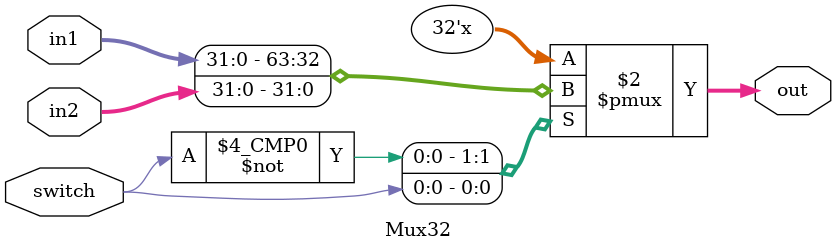
<source format=v>
module Mux32(in1, in2, switch,  out);
output reg [31:0] out;
input [31:0] in1, in2;
input switch;

always@(switch)
	begin
		case(switch)
		0: out=in1;
		1: out=in2;
		endcase
	end


endmodule 
</source>
